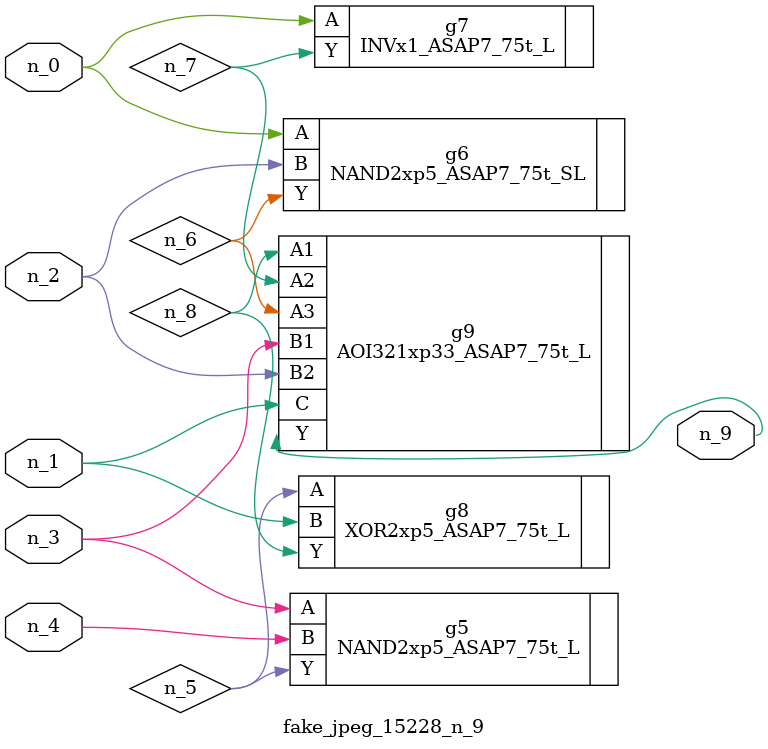
<source format=v>
module fake_jpeg_15228_n_9 (n_3, n_2, n_1, n_0, n_4, n_9);

input n_3;
input n_2;
input n_1;
input n_0;
input n_4;

output n_9;

wire n_8;
wire n_6;
wire n_5;
wire n_7;

NAND2xp5_ASAP7_75t_L g5 ( 
.A(n_3),
.B(n_4),
.Y(n_5)
);

NAND2xp5_ASAP7_75t_SL g6 ( 
.A(n_0),
.B(n_2),
.Y(n_6)
);

INVx1_ASAP7_75t_L g7 ( 
.A(n_0),
.Y(n_7)
);

XOR2xp5_ASAP7_75t_L g8 ( 
.A(n_5),
.B(n_1),
.Y(n_8)
);

AOI321xp33_ASAP7_75t_L g9 ( 
.A1(n_8),
.A2(n_7),
.A3(n_6),
.B1(n_3),
.B2(n_2),
.C(n_1),
.Y(n_9)
);


endmodule
</source>
